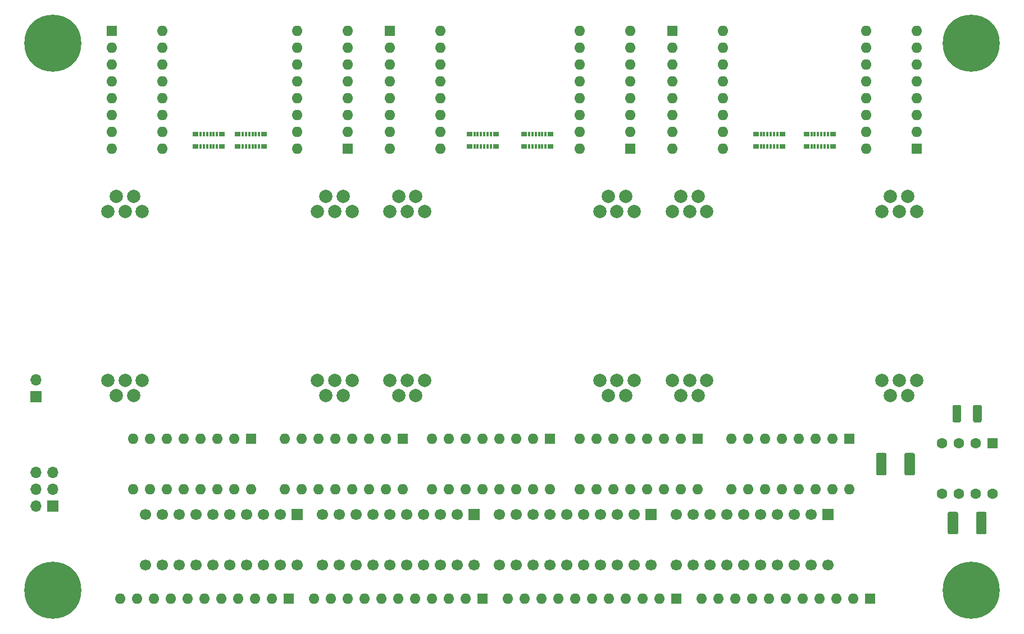
<source format=gbr>
%TF.GenerationSoftware,KiCad,Pcbnew,(5.1.8)-1*%
%TF.CreationDate,2021-01-13T10:35:39-05:00*%
%TF.ProjectId,LED_Panel,4c45445f-5061-46e6-956c-2e6b69636164,rev?*%
%TF.SameCoordinates,Original*%
%TF.FileFunction,Soldermask,Top*%
%TF.FilePolarity,Negative*%
%FSLAX46Y46*%
G04 Gerber Fmt 4.6, Leading zero omitted, Abs format (unit mm)*
G04 Created by KiCad (PCBNEW (5.1.8)-1) date 2021-01-13 10:35:39*
%MOMM*%
%LPD*%
G01*
G04 APERTURE LIST*
%ADD10O,1.600000X1.600000*%
%ADD11R,1.600000X1.600000*%
%ADD12C,8.600000*%
%ADD13C,0.900000*%
%ADD14C,1.700000*%
%ADD15R,1.700000X1.700000*%
%ADD16C,2.000000*%
%ADD17O,1.700000X1.700000*%
%ADD18R,0.863600X0.787400*%
%ADD19R,0.355600X0.787400*%
%ADD20C,1.600000*%
G04 APERTURE END LIST*
D10*
%TO.C,U8*%
X176530000Y-34925000D03*
X184150000Y-17145000D03*
X176530000Y-32385000D03*
X184150000Y-19685000D03*
X176530000Y-29845000D03*
X184150000Y-22225000D03*
X176530000Y-27305000D03*
X184150000Y-24765000D03*
X176530000Y-24765000D03*
X184150000Y-27305000D03*
X176530000Y-22225000D03*
X184150000Y-29845000D03*
X176530000Y-19685000D03*
X184150000Y-32385000D03*
X176530000Y-17145000D03*
D11*
X184150000Y-34925000D03*
%TD*%
D12*
%TO.C,REF\u002A\u002A*%
X278130000Y-101600000D03*
D13*
X281355000Y-101600000D03*
X280410419Y-103880419D03*
X278130000Y-104825000D03*
X275849581Y-103880419D03*
X274905000Y-101600000D03*
X275849581Y-99319581D03*
X278130000Y-98375000D03*
X280410419Y-99319581D03*
%TD*%
D12*
%TO.C,REF\u002A\u002A*%
X139700000Y-101600000D03*
D13*
X142925000Y-101600000D03*
X141980419Y-103880419D03*
X139700000Y-104825000D03*
X137419581Y-103880419D03*
X136475000Y-101600000D03*
X137419581Y-99319581D03*
X139700000Y-98375000D03*
X141980419Y-99319581D03*
%TD*%
D12*
%TO.C,REF\u002A\u002A*%
X278130000Y-19050000D03*
D13*
X281355000Y-19050000D03*
X280410419Y-21330419D03*
X278130000Y-22275000D03*
X275849581Y-21330419D03*
X274905000Y-19050000D03*
X275849581Y-16769581D03*
X278130000Y-15825000D03*
X280410419Y-16769581D03*
%TD*%
D12*
%TO.C,REF\u002A\u002A*%
X139700000Y-19050000D03*
D13*
X142925000Y-19050000D03*
X141980419Y-21330419D03*
X139700000Y-22275000D03*
X137419581Y-21330419D03*
X136475000Y-19050000D03*
X137419581Y-16769581D03*
X139700000Y-15825000D03*
X141980419Y-16769581D03*
%TD*%
%TO.C,C1*%
G36*
G01*
X280420000Y-89989999D02*
X280420000Y-92890001D01*
G75*
G02*
X280170001Y-93140000I-249999J0D01*
G01*
X279094999Y-93140000D01*
G75*
G02*
X278845000Y-92890001I0J249999D01*
G01*
X278845000Y-89989999D01*
G75*
G02*
X279094999Y-89740000I249999J0D01*
G01*
X280170001Y-89740000D01*
G75*
G02*
X280420000Y-89989999I0J-249999D01*
G01*
G37*
G36*
G01*
X276145000Y-89989999D02*
X276145000Y-92890001D01*
G75*
G02*
X275895001Y-93140000I-249999J0D01*
G01*
X274819999Y-93140000D01*
G75*
G02*
X274570000Y-92890001I0J249999D01*
G01*
X274570000Y-89989999D01*
G75*
G02*
X274819999Y-89740000I249999J0D01*
G01*
X275895001Y-89740000D01*
G75*
G02*
X276145000Y-89989999I0J-249999D01*
G01*
G37*
%TD*%
%TO.C,C2*%
G36*
G01*
X268050000Y-84000001D02*
X268050000Y-81099999D01*
G75*
G02*
X268299999Y-80850000I249999J0D01*
G01*
X269375001Y-80850000D01*
G75*
G02*
X269625000Y-81099999I0J-249999D01*
G01*
X269625000Y-84000001D01*
G75*
G02*
X269375001Y-84250000I-249999J0D01*
G01*
X268299999Y-84250000D01*
G75*
G02*
X268050000Y-84000001I0J249999D01*
G01*
G37*
G36*
G01*
X263775000Y-84000001D02*
X263775000Y-81099999D01*
G75*
G02*
X264024999Y-80850000I249999J0D01*
G01*
X265100001Y-80850000D01*
G75*
G02*
X265350000Y-81099999I0J-249999D01*
G01*
X265350000Y-84000001D01*
G75*
G02*
X265100001Y-84250000I-249999J0D01*
G01*
X264024999Y-84250000D01*
G75*
G02*
X263775000Y-84000001I0J249999D01*
G01*
G37*
%TD*%
D14*
%TO.C,D1*%
X256540000Y-97790000D03*
X254000000Y-97790000D03*
X251460000Y-97790000D03*
X248920000Y-97790000D03*
X246380000Y-97790000D03*
X243840000Y-97790000D03*
X241300000Y-97790000D03*
X238760000Y-97790000D03*
X236220000Y-97790000D03*
X233680000Y-97790000D03*
X233680000Y-90170000D03*
X236220000Y-90170000D03*
X238760000Y-90170000D03*
X241300000Y-90170000D03*
X243840000Y-90170000D03*
X246380000Y-90170000D03*
X248920000Y-90170000D03*
X251460000Y-90170000D03*
X254000000Y-90170000D03*
D15*
X256540000Y-90170000D03*
%TD*%
%TO.C,D3*%
X203200000Y-90170000D03*
D14*
X200660000Y-90170000D03*
X198120000Y-90170000D03*
X195580000Y-90170000D03*
X193040000Y-90170000D03*
X190500000Y-90170000D03*
X187960000Y-90170000D03*
X185420000Y-90170000D03*
X182880000Y-90170000D03*
X180340000Y-90170000D03*
X180340000Y-97790000D03*
X182880000Y-97790000D03*
X185420000Y-97790000D03*
X187960000Y-97790000D03*
X190500000Y-97790000D03*
X193040000Y-97790000D03*
X195580000Y-97790000D03*
X198120000Y-97790000D03*
X200660000Y-97790000D03*
X203200000Y-97790000D03*
%TD*%
D16*
%TO.C,D6*%
X227315000Y-44400000D03*
X226015000Y-42100000D03*
X224715000Y-44400000D03*
X223415000Y-42100000D03*
X222115000Y-44400000D03*
X227315000Y-69900000D03*
X226015000Y-72200000D03*
X224715000Y-69900000D03*
X223415000Y-72200000D03*
X222115000Y-69900000D03*
X195715000Y-69900000D03*
X194415000Y-72200000D03*
X193115000Y-69900000D03*
X191815000Y-72200000D03*
X190515000Y-69900000D03*
X190515000Y-44400000D03*
X191815000Y-42100000D03*
X193115000Y-44400000D03*
X194415000Y-42100000D03*
X195715000Y-44400000D03*
%TD*%
D15*
%TO.C,J1*%
X139700000Y-88900000D03*
D17*
X137160000Y-88900000D03*
X139700000Y-86360000D03*
X137160000Y-86360000D03*
X139700000Y-83820000D03*
X137160000Y-83820000D03*
%TD*%
D15*
%TO.C,J2*%
X137160000Y-72390000D03*
D17*
X137160000Y-69850000D03*
%TD*%
%TO.C,R1*%
G36*
G01*
X275295000Y-76005000D02*
X275295000Y-73855000D01*
G75*
G02*
X275545000Y-73605000I250000J0D01*
G01*
X276345000Y-73605000D01*
G75*
G02*
X276595000Y-73855000I0J-250000D01*
G01*
X276595000Y-76005000D01*
G75*
G02*
X276345000Y-76255000I-250000J0D01*
G01*
X275545000Y-76255000D01*
G75*
G02*
X275295000Y-76005000I0J250000D01*
G01*
G37*
G36*
G01*
X278395000Y-76005000D02*
X278395000Y-73855000D01*
G75*
G02*
X278645000Y-73605000I250000J0D01*
G01*
X279445000Y-73605000D01*
G75*
G02*
X279695000Y-73855000I0J-250000D01*
G01*
X279695000Y-76005000D01*
G75*
G02*
X279445000Y-76255000I-250000J0D01*
G01*
X278645000Y-76255000D01*
G75*
G02*
X278395000Y-76005000I0J250000D01*
G01*
G37*
%TD*%
D11*
%TO.C,RN1*%
X262890000Y-102870000D03*
D10*
X260350000Y-102870000D03*
X257810000Y-102870000D03*
X255270000Y-102870000D03*
X252730000Y-102870000D03*
X250190000Y-102870000D03*
X247650000Y-102870000D03*
X245110000Y-102870000D03*
X242570000Y-102870000D03*
X240030000Y-102870000D03*
X237490000Y-102870000D03*
%TD*%
%TO.C,RN4*%
X149860000Y-102870000D03*
X152400000Y-102870000D03*
X154940000Y-102870000D03*
X157480000Y-102870000D03*
X160020000Y-102870000D03*
X162560000Y-102870000D03*
X165100000Y-102870000D03*
X167640000Y-102870000D03*
X170180000Y-102870000D03*
X172720000Y-102870000D03*
D11*
X175260000Y-102870000D03*
%TD*%
D18*
%TO.C,RN5*%
X165176200Y-34569400D03*
D19*
X164428678Y-34569400D03*
X163935156Y-34569400D03*
X163441634Y-34569400D03*
X162948112Y-34569400D03*
X162454590Y-34569400D03*
X161961068Y-34569400D03*
D18*
X161213800Y-34569400D03*
X161213800Y-32740600D03*
D19*
X161961068Y-32740600D03*
X162454590Y-32740600D03*
X162948112Y-32740600D03*
X163441634Y-32740600D03*
X163935156Y-32740600D03*
X164428678Y-32740600D03*
D18*
X165176200Y-32740600D03*
%TD*%
%TO.C,RN6*%
X206451200Y-32740600D03*
D19*
X205703678Y-32740600D03*
X205210156Y-32740600D03*
X204716634Y-32740600D03*
X204223112Y-32740600D03*
X203729590Y-32740600D03*
X203236068Y-32740600D03*
D18*
X202488800Y-32740600D03*
X202488800Y-34569400D03*
D19*
X203236068Y-34569400D03*
X203729590Y-34569400D03*
X204223112Y-34569400D03*
X204716634Y-34569400D03*
X205210156Y-34569400D03*
X205703678Y-34569400D03*
D18*
X206451200Y-34569400D03*
%TD*%
%TO.C,RN8*%
X171526200Y-34569400D03*
D19*
X170778678Y-34569400D03*
X170285156Y-34569400D03*
X169791634Y-34569400D03*
X169298112Y-34569400D03*
X168804590Y-34569400D03*
X168311068Y-34569400D03*
D18*
X167563800Y-34569400D03*
X167563800Y-32740600D03*
D19*
X168311068Y-32740600D03*
X168804590Y-32740600D03*
X169298112Y-32740600D03*
X169791634Y-32740600D03*
X170285156Y-32740600D03*
X170778678Y-32740600D03*
D18*
X171526200Y-32740600D03*
%TD*%
%TO.C,RN9*%
X214706200Y-32740600D03*
D19*
X213958678Y-32740600D03*
X213465156Y-32740600D03*
X212971634Y-32740600D03*
X212478112Y-32740600D03*
X211984590Y-32740600D03*
X211491068Y-32740600D03*
D18*
X210743800Y-32740600D03*
X210743800Y-34569400D03*
D19*
X211491068Y-34569400D03*
X211984590Y-34569400D03*
X212478112Y-34569400D03*
X212971634Y-34569400D03*
X213465156Y-34569400D03*
X213958678Y-34569400D03*
D18*
X214706200Y-34569400D03*
%TD*%
D11*
%TO.C,U2*%
X259715000Y-78740000D03*
D10*
X241935000Y-86360000D03*
X257175000Y-78740000D03*
X244475000Y-86360000D03*
X254635000Y-78740000D03*
X247015000Y-86360000D03*
X252095000Y-78740000D03*
X249555000Y-86360000D03*
X249555000Y-78740000D03*
X252095000Y-86360000D03*
X247015000Y-78740000D03*
X254635000Y-86360000D03*
X244475000Y-78740000D03*
X257175000Y-86360000D03*
X241935000Y-78740000D03*
X259715000Y-86360000D03*
%TD*%
D11*
%TO.C,U3*%
X236855000Y-78740000D03*
D10*
X219075000Y-86360000D03*
X234315000Y-78740000D03*
X221615000Y-86360000D03*
X231775000Y-78740000D03*
X224155000Y-86360000D03*
X229235000Y-78740000D03*
X226695000Y-86360000D03*
X226695000Y-78740000D03*
X229235000Y-86360000D03*
X224155000Y-78740000D03*
X231775000Y-86360000D03*
X221615000Y-78740000D03*
X234315000Y-86360000D03*
X219075000Y-78740000D03*
X236855000Y-86360000D03*
%TD*%
%TO.C,U5*%
X192405000Y-86360000D03*
X174625000Y-78740000D03*
X189865000Y-86360000D03*
X177165000Y-78740000D03*
X187325000Y-86360000D03*
X179705000Y-78740000D03*
X184785000Y-86360000D03*
X182245000Y-78740000D03*
X182245000Y-86360000D03*
X184785000Y-78740000D03*
X179705000Y-86360000D03*
X187325000Y-78740000D03*
X177165000Y-86360000D03*
X189865000Y-78740000D03*
X174625000Y-86360000D03*
D11*
X192405000Y-78740000D03*
%TD*%
%TO.C,U6*%
X169545000Y-78740000D03*
D10*
X151765000Y-86360000D03*
X167005000Y-78740000D03*
X154305000Y-86360000D03*
X164465000Y-78740000D03*
X156845000Y-86360000D03*
X161925000Y-78740000D03*
X159385000Y-86360000D03*
X159385000Y-78740000D03*
X161925000Y-86360000D03*
X156845000Y-78740000D03*
X164465000Y-86360000D03*
X154305000Y-78740000D03*
X167005000Y-86360000D03*
X151765000Y-78740000D03*
X169545000Y-86360000D03*
%TD*%
D11*
%TO.C,U7*%
X148590000Y-17145000D03*
D10*
X156210000Y-34925000D03*
X148590000Y-19685000D03*
X156210000Y-32385000D03*
X148590000Y-22225000D03*
X156210000Y-29845000D03*
X148590000Y-24765000D03*
X156210000Y-27305000D03*
X148590000Y-27305000D03*
X156210000Y-24765000D03*
X148590000Y-29845000D03*
X156210000Y-22225000D03*
X148590000Y-32385000D03*
X156210000Y-19685000D03*
X148590000Y-34925000D03*
X156210000Y-17145000D03*
%TD*%
D11*
%TO.C,U9*%
X190500000Y-17145000D03*
D10*
X198120000Y-34925000D03*
X190500000Y-19685000D03*
X198120000Y-32385000D03*
X190500000Y-22225000D03*
X198120000Y-29845000D03*
X190500000Y-24765000D03*
X198120000Y-27305000D03*
X190500000Y-27305000D03*
X198120000Y-24765000D03*
X190500000Y-29845000D03*
X198120000Y-22225000D03*
X190500000Y-32385000D03*
X198120000Y-19685000D03*
X190500000Y-34925000D03*
X198120000Y-17145000D03*
%TD*%
D11*
%TO.C,U10*%
X226695000Y-34925000D03*
D10*
X219075000Y-17145000D03*
X226695000Y-32385000D03*
X219075000Y-19685000D03*
X226695000Y-29845000D03*
X219075000Y-22225000D03*
X226695000Y-27305000D03*
X219075000Y-24765000D03*
X226695000Y-24765000D03*
X219075000Y-27305000D03*
X226695000Y-22225000D03*
X219075000Y-29845000D03*
X226695000Y-19685000D03*
X219075000Y-32385000D03*
X226695000Y-17145000D03*
X219075000Y-34925000D03*
%TD*%
%TO.C,U11*%
X240665000Y-17145000D03*
X233045000Y-34925000D03*
X240665000Y-19685000D03*
X233045000Y-32385000D03*
X240665000Y-22225000D03*
X233045000Y-29845000D03*
X240665000Y-24765000D03*
X233045000Y-27305000D03*
X240665000Y-27305000D03*
X233045000Y-24765000D03*
X240665000Y-29845000D03*
X233045000Y-22225000D03*
X240665000Y-32385000D03*
X233045000Y-19685000D03*
X240665000Y-34925000D03*
D11*
X233045000Y-17145000D03*
%TD*%
D10*
%TO.C,U12*%
X262255000Y-34925000D03*
X269875000Y-17145000D03*
X262255000Y-32385000D03*
X269875000Y-19685000D03*
X262255000Y-29845000D03*
X269875000Y-22225000D03*
X262255000Y-27305000D03*
X269875000Y-24765000D03*
X262255000Y-24765000D03*
X269875000Y-27305000D03*
X262255000Y-22225000D03*
X269875000Y-29845000D03*
X262255000Y-19685000D03*
X269875000Y-32385000D03*
X262255000Y-17145000D03*
D11*
X269875000Y-34925000D03*
%TD*%
D15*
%TO.C,D2*%
X229870000Y-90170000D03*
D14*
X227330000Y-90170000D03*
X224790000Y-90170000D03*
X222250000Y-90170000D03*
X219710000Y-90170000D03*
X217170000Y-90170000D03*
X214630000Y-90170000D03*
X212090000Y-90170000D03*
X209550000Y-90170000D03*
X207010000Y-90170000D03*
X207010000Y-97790000D03*
X209550000Y-97790000D03*
X212090000Y-97790000D03*
X214630000Y-97790000D03*
X217170000Y-97790000D03*
X219710000Y-97790000D03*
X222250000Y-97790000D03*
X224790000Y-97790000D03*
X227330000Y-97790000D03*
X229870000Y-97790000D03*
%TD*%
%TO.C,D4*%
X176530000Y-97790000D03*
X173990000Y-97790000D03*
X171450000Y-97790000D03*
X168910000Y-97790000D03*
X166370000Y-97790000D03*
X163830000Y-97790000D03*
X161290000Y-97790000D03*
X158750000Y-97790000D03*
X156210000Y-97790000D03*
X153670000Y-97790000D03*
X153670000Y-90170000D03*
X156210000Y-90170000D03*
X158750000Y-90170000D03*
X161290000Y-90170000D03*
X163830000Y-90170000D03*
X166370000Y-90170000D03*
X168910000Y-90170000D03*
X171450000Y-90170000D03*
X173990000Y-90170000D03*
D15*
X176530000Y-90170000D03*
%TD*%
D16*
%TO.C,D5*%
X184770000Y-44400000D03*
X183470000Y-42100000D03*
X182170000Y-44400000D03*
X180870000Y-42100000D03*
X179570000Y-44400000D03*
X184770000Y-69900000D03*
X183470000Y-72200000D03*
X182170000Y-69900000D03*
X180870000Y-72200000D03*
X179570000Y-69900000D03*
X153170000Y-69900000D03*
X151870000Y-72200000D03*
X150570000Y-69900000D03*
X149270000Y-72200000D03*
X147970000Y-69900000D03*
X147970000Y-44400000D03*
X149270000Y-42100000D03*
X150570000Y-44400000D03*
X151870000Y-42100000D03*
X153170000Y-44400000D03*
%TD*%
%TO.C,D7*%
X238260000Y-44400000D03*
X236960000Y-42100000D03*
X235660000Y-44400000D03*
X234360000Y-42100000D03*
X233060000Y-44400000D03*
X233060000Y-69900000D03*
X234360000Y-72200000D03*
X235660000Y-69900000D03*
X236960000Y-72200000D03*
X238260000Y-69900000D03*
X264660000Y-69900000D03*
X265960000Y-72200000D03*
X267260000Y-69900000D03*
X268560000Y-72200000D03*
X269860000Y-69900000D03*
X264660000Y-44400000D03*
X265960000Y-42100000D03*
X267260000Y-44400000D03*
X268560000Y-42100000D03*
X269860000Y-44400000D03*
%TD*%
D11*
%TO.C,RN2*%
X233680000Y-102870000D03*
D10*
X231140000Y-102870000D03*
X228600000Y-102870000D03*
X226060000Y-102870000D03*
X223520000Y-102870000D03*
X220980000Y-102870000D03*
X218440000Y-102870000D03*
X215900000Y-102870000D03*
X213360000Y-102870000D03*
X210820000Y-102870000D03*
X208280000Y-102870000D03*
%TD*%
%TO.C,RN3*%
X179070000Y-102870000D03*
X181610000Y-102870000D03*
X184150000Y-102870000D03*
X186690000Y-102870000D03*
X189230000Y-102870000D03*
X191770000Y-102870000D03*
X194310000Y-102870000D03*
X196850000Y-102870000D03*
X199390000Y-102870000D03*
X201930000Y-102870000D03*
D11*
X204470000Y-102870000D03*
%TD*%
D18*
%TO.C,RN7*%
X249631200Y-34569400D03*
D19*
X248883678Y-34569400D03*
X248390156Y-34569400D03*
X247896634Y-34569400D03*
X247403112Y-34569400D03*
X246909590Y-34569400D03*
X246416068Y-34569400D03*
D18*
X245668800Y-34569400D03*
X245668800Y-32740600D03*
D19*
X246416068Y-32740600D03*
X246909590Y-32740600D03*
X247403112Y-32740600D03*
X247896634Y-32740600D03*
X248390156Y-32740600D03*
X248883678Y-32740600D03*
D18*
X249631200Y-32740600D03*
%TD*%
%TO.C,RN10*%
X257251200Y-32740600D03*
D19*
X256503678Y-32740600D03*
X256010156Y-32740600D03*
X255516634Y-32740600D03*
X255023112Y-32740600D03*
X254529590Y-32740600D03*
X254036068Y-32740600D03*
D18*
X253288800Y-32740600D03*
X253288800Y-34569400D03*
D19*
X254036068Y-34569400D03*
X254529590Y-34569400D03*
X255023112Y-34569400D03*
X255516634Y-34569400D03*
X256010156Y-34569400D03*
X256503678Y-34569400D03*
D18*
X257251200Y-34569400D03*
%TD*%
D11*
%TO.C,U1*%
X281305000Y-79375000D03*
D20*
X278765000Y-79375000D03*
X276225000Y-79375000D03*
X273685000Y-79375000D03*
X273685000Y-86995000D03*
X276225000Y-86995000D03*
X278765000Y-86995000D03*
X281305000Y-86995000D03*
%TD*%
D11*
%TO.C,U4*%
X214630000Y-78740000D03*
D10*
X196850000Y-86360000D03*
X212090000Y-78740000D03*
X199390000Y-86360000D03*
X209550000Y-78740000D03*
X201930000Y-86360000D03*
X207010000Y-78740000D03*
X204470000Y-86360000D03*
X204470000Y-78740000D03*
X207010000Y-86360000D03*
X201930000Y-78740000D03*
X209550000Y-86360000D03*
X199390000Y-78740000D03*
X212090000Y-86360000D03*
X196850000Y-78740000D03*
X214630000Y-86360000D03*
%TD*%
M02*

</source>
